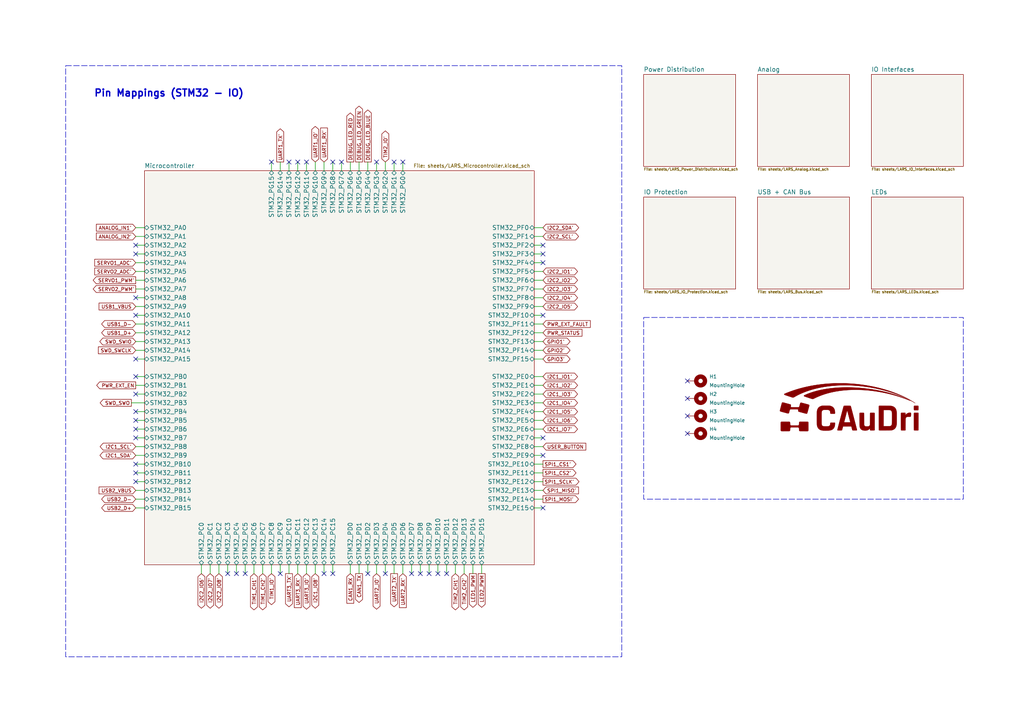
<source format=kicad_sch>
(kicad_sch (version 20231120) (generator "eeschema") (generator_version "8.0")
  (paper "A4")
  (title_block (title "LARS Hardware Interface") (date "2025-03-04") (rev "v1.0") (company "CAuDri e.V.") (comment 1 "Source: https://ohwr.org/cern_ohl_w_v2.txt") (comment 2 "A copy of the license is included in the LICENSE file.") (comment 3 "Redistribution and modifications must comply with CERN-OHL-W v2.") (comment 4 "This design is licensed under CERN Open Hardware Licence Version 2."))
  (lib_symbols
    (symbol "LARS_Hardware_Interface:CAuDri-Logo" (pin_names (offset 1.016)))
    (symbol "LARS_Hardware_Interface:MountingHole_Pad" (pin_numbers hide) (pin_names (offset 1.016) hide) (exclude_from_sim yes) (in_bom no)
      (property "Reference" "H" (at 0 6.35 0))
      (property "Value" "MountingHole_Pad" (at 0 4.445 0))
      (symbol "MountingHole_Pad_1_1"
        (pin input line (at 0 -2.54 90) (length 2.54) (name "1") (number "1"))
      )
    )
  )
  (no_connect (at 93.98 166.37))
  (no_connect (at 121.92 166.37))
  (no_connect (at 157.48 76.2))
  (no_connect (at 111.76 166.37))
  (no_connect (at 157.48 91.44))
  (no_connect (at 96.52 166.37))
  (no_connect (at 39.37 121.92))
  (no_connect (at 157.48 132.08))
  (no_connect (at 119.38 166.37))
  (no_connect (at 99.06 46.99))
  (no_connect (at 39.37 73.66))
  (no_connect (at 39.37 134.62))
  (no_connect (at 157.48 71.12))
  (no_connect (at 39.37 91.44))
  (no_connect (at 39.37 104.14))
  (no_connect (at 39.37 71.12))
  (no_connect (at 114.3 46.99))
  (no_connect (at 157.48 73.66))
  (no_connect (at 39.37 119.38))
  (no_connect (at 199.39 125.73))
  (no_connect (at 81.28 166.37))
  (no_connect (at 106.68 166.37))
  (no_connect (at 78.74 46.99))
  (no_connect (at 199.39 120.65))
  (no_connect (at 109.22 46.99))
  (no_connect (at 157.48 127))
  (no_connect (at 39.37 139.7))
  (no_connect (at 88.9 46.99))
  (no_connect (at 199.39 115.57))
  (no_connect (at 39.37 86.36))
  (no_connect (at 39.37 137.16))
  (no_connect (at 83.82 46.99))
  (no_connect (at 66.04 166.37))
  (no_connect (at 127 166.37))
  (no_connect (at 86.36 46.99))
  (no_connect (at 39.37 124.46))
  (no_connect (at 68.58 166.37))
  (no_connect (at 199.39 110.49))
  (no_connect (at 39.37 109.22))
  (no_connect (at 39.37 114.3))
  (no_connect (at 129.54 166.37))
  (no_connect (at 71.12 166.37))
  (no_connect (at 157.48 147.32))
  (no_connect (at 96.52 46.99))
  (no_connect (at 124.46 166.37))
  (no_connect (at 116.84 46.99))
  (no_connect (at 39.37 127))
  (wire (pts (xy 104.14 46.99) (xy 104.14 49.53)))
  (wire (pts (xy 66.04 163.83) (xy 66.04 166.37)))
  (wire (pts (xy 157.48 68.58) (xy 154.94 68.58)))
  (wire (pts (xy 60.96 163.83) (xy 60.96 166.37)))
  (wire (pts (xy 39.37 124.46) (xy 41.91 124.46)))
  (wire (pts (xy 39.37 81.28) (xy 41.91 81.28)))
  (wire (pts (xy 116.84 46.99) (xy 116.84 49.53)))
  (wire (pts (xy 157.48 93.98) (xy 154.94 93.98)))
  (wire (pts (xy 101.6 166.37) (xy 101.6 163.83)))
  (wire (pts (xy 73.66 166.37) (xy 73.66 163.83)))
  (wire (pts (xy 157.48 66.04) (xy 154.94 66.04)))
  (wire (pts (xy 39.37 71.12) (xy 41.91 71.12)))
  (wire (pts (xy 106.68 163.83) (xy 106.68 166.37)))
  (wire (pts (xy 137.16 166.37) (xy 137.16 163.83)))
  (wire (pts (xy 39.37 101.6) (xy 41.91 101.6)))
  (wire (pts (xy 38.1 116.84) (xy 41.91 116.84)))
  (wire (pts (xy 157.48 137.16) (xy 154.94 137.16)))
  (wire (pts (xy 39.37 129.54) (xy 41.91 129.54)))
  (wire (pts (xy 93.98 46.99) (xy 93.98 49.53)))
  (wire (pts (xy 96.52 166.37) (xy 96.52 163.83)))
  (wire (pts (xy 39.37 104.14) (xy 41.91 104.14)))
  (wire (pts (xy 157.48 109.22) (xy 154.94 109.22)))
  (wire (pts (xy 68.58 163.83) (xy 68.58 166.37)))
  (wire (pts (xy 157.48 101.6) (xy 154.94 101.6)))
  (wire (pts (xy 157.48 104.14) (xy 154.94 104.14)))
  (wire (pts (xy 111.76 166.37) (xy 111.76 163.83)))
  (wire (pts (xy 157.48 99.06) (xy 154.94 99.06)))
  (wire (pts (xy 109.22 163.83) (xy 109.22 166.37)))
  (wire (pts (xy 116.84 166.37) (xy 116.84 163.83)))
  (wire (pts (xy 157.48 71.12) (xy 154.94 71.12)))
  (wire (pts (xy 157.48 116.84) (xy 154.94 116.84)))
  (wire (pts (xy 134.62 166.37) (xy 134.62 163.83)))
  (wire (pts (xy 157.48 127) (xy 154.94 127)))
  (wire (pts (xy 39.37 147.32) (xy 41.91 147.32)))
  (wire (pts (xy 86.36 166.37) (xy 86.36 163.83)))
  (wire (pts (xy 119.38 163.83) (xy 119.38 166.37)))
  (wire (pts (xy 58.42 163.83) (xy 58.42 166.37)))
  (wire (pts (xy 124.46 163.83) (xy 124.46 166.37)))
  (wire (pts (xy 157.48 139.7) (xy 154.94 139.7)))
  (wire (pts (xy 39.37 139.7) (xy 41.91 139.7)))
  (wire (pts (xy 39.37 127) (xy 41.91 127)))
  (wire (pts (xy 39.37 119.38) (xy 41.91 119.38)))
  (wire (pts (xy 157.48 78.74) (xy 154.94 78.74)))
  (wire (pts (xy 39.37 78.74) (xy 41.91 78.74)))
  (wire (pts (xy 157.48 144.78) (xy 154.94 144.78)))
  (wire (pts (xy 157.48 83.82) (xy 154.94 83.82)))
  (wire (pts (xy 106.68 46.99) (xy 106.68 49.53)))
  (wire (pts (xy 91.44 46.99) (xy 91.44 49.53)))
  (wire (pts (xy 127 163.83) (xy 127 166.37)))
  (wire (pts (xy 104.14 166.37) (xy 104.14 163.83)))
  (wire (pts (xy 157.48 134.62) (xy 154.94 134.62)))
  (wire (pts (xy 121.92 163.83) (xy 121.92 166.37)))
  (wire (pts (xy 71.12 163.83) (xy 71.12 166.37)))
  (wire (pts (xy 39.37 91.44) (xy 41.91 91.44)))
  (wire (pts (xy 39.37 109.22) (xy 41.91 109.22)))
  (wire (pts (xy 157.48 73.66) (xy 154.94 73.66)))
  (wire (pts (xy 157.48 76.2) (xy 154.94 76.2)))
  (wire (pts (xy 157.48 142.24) (xy 154.94 142.24)))
  (wire (pts (xy 129.54 166.37) (xy 129.54 163.83)))
  (wire (pts (xy 39.37 83.82) (xy 41.91 83.82)))
  (wire (pts (xy 88.9 46.99) (xy 88.9 49.53)))
  (wire (pts (xy 132.08 166.37) (xy 132.08 163.83)))
  (wire (pts (xy 81.28 163.83) (xy 81.28 166.37)))
  (wire (pts (xy 39.37 114.3) (xy 41.91 114.3)))
  (wire (pts (xy 39.37 137.16) (xy 41.91 137.16)))
  (wire (pts (xy 157.48 119.38) (xy 154.94 119.38)))
  (wire (pts (xy 39.37 68.58) (xy 41.91 68.58)))
  (wire (pts (xy 157.48 114.3) (xy 154.94 114.3)))
  (wire (pts (xy 93.98 166.37) (xy 93.98 163.83)))
  (wire (pts (xy 39.37 134.62) (xy 41.91 134.62)))
  (wire (pts (xy 39.37 93.98) (xy 41.91 93.98)))
  (wire (pts (xy 83.82 166.37) (xy 83.82 163.83)))
  (wire (pts (xy 154.94 88.9) (xy 157.48 88.9)))
  (wire (pts (xy 39.37 66.04) (xy 41.91 66.04)))
  (wire (pts (xy 39.37 99.06) (xy 41.91 99.06)))
  (wire (pts (xy 154.94 86.36) (xy 157.48 86.36)))
  (wire (pts (xy 39.37 144.78) (xy 41.91 144.78)))
  (wire (pts (xy 109.22 46.99) (xy 109.22 49.53)))
  (wire (pts (xy 114.3 166.37) (xy 114.3 163.83)))
  (wire (pts (xy 114.3 46.99) (xy 114.3 49.53)))
  (wire (pts (xy 96.52 46.99) (xy 96.52 49.53)))
  (wire (pts (xy 157.48 121.92) (xy 154.94 121.92)))
  (wire (pts (xy 154.94 147.32) (xy 157.48 147.32)))
  (wire (pts (xy 76.2 166.37) (xy 76.2 163.83)))
  (wire (pts (xy 39.37 73.66) (xy 41.91 73.66)))
  (wire (pts (xy 39.37 121.92) (xy 41.91 121.92)))
  (wire (pts (xy 88.9 166.37) (xy 88.9 163.83)))
  (wire (pts (xy 101.6 46.99) (xy 101.6 49.53)))
  (wire (pts (xy 154.94 91.44) (xy 157.48 91.44)))
  (wire (pts (xy 157.48 96.52) (xy 154.94 96.52)))
  (wire (pts (xy 78.74 166.37) (xy 78.74 163.83)))
  (wire (pts (xy 81.28 46.99) (xy 81.28 49.53)))
  (wire (pts (xy 157.48 124.46) (xy 154.94 124.46)))
  (wire (pts (xy 78.74 46.99) (xy 78.74 49.53)))
  (wire (pts (xy 63.5 163.83) (xy 63.5 166.37)))
  (wire (pts (xy 154.94 132.08) (xy 157.48 132.08)))
  (wire (pts (xy 83.82 46.99) (xy 83.82 49.53)))
  (wire (pts (xy 86.36 46.99) (xy 86.36 49.53)))
  (wire (pts (xy 139.7 166.37) (xy 139.7 163.83)))
  (wire (pts (xy 39.37 142.24) (xy 41.91 142.24)))
  (wire (pts (xy 99.06 46.99) (xy 99.06 49.53)))
  (wire (pts (xy 39.37 86.36) (xy 41.91 86.36)))
  (wire (pts (xy 39.37 88.9) (xy 41.91 88.9)))
  (wire (pts (xy 91.44 166.37) (xy 91.44 163.83)))
  (wire (pts (xy 39.37 132.08) (xy 41.91 132.08)))
  (wire (pts (xy 39.37 76.2) (xy 41.91 76.2)))
  (wire (pts (xy 154.94 129.54) (xy 157.48 129.54)))
  (wire (pts (xy 157.48 111.76) (xy 154.94 111.76)))
  (wire (pts (xy 39.37 111.76) (xy 41.91 111.76)))
  (wire (pts (xy 111.76 46.99) (xy 111.76 49.53)))
  (wire (pts (xy 157.48 81.28) (xy 154.94 81.28)))
  (wire (pts (xy 39.37 96.52) (xy 41.91 96.52)))
  (rectangle (start 186.69 92.075) (end 279.4 144.78) (stroke (width 0) (type dash)))
  (rectangle (start 19.05 19.05) (end 180.34 190.5) (stroke (width 0) (type dash)))
  (image (at 99.06 106.68) (scale 0.935925))
  (text "Pin Mappings (STM32 - IO)" (at 49.022 27.178 0) (effects (font (size 2.032 2.032) (thickness 0.4064) (bold yes))))
  (global_label "GPIO1'" (shape bidirectional) (at 157.48 99.06 0) (effects (font (size 1.016 1.016))) (property "Intersheetrefs" "${INTERSHEET_REFS}" (effects (hide yes))))
  (global_label "I2C2_IO7'" (shape bidirectional) (at 60.96 166.37 270) (effects (font (size 1.016 1.016))) (property "Intersheetrefs" "${INTERSHEET_REFS}" (effects (hide yes))))
  (global_label "LED1_PWM" (shape output) (at 137.16 166.37 270) (effects (font (size 1.016 1.016))) (property "Intersheetrefs" "${INTERSHEET_REFS}" (effects (hide yes))))
  (global_label "UART3_IO'" (shape bidirectional) (at 88.9 166.37 270) (effects (font (size 1.016 1.016))) (property "Intersheetrefs" "${INTERSHEET_REFS}" (effects (hide yes))))
  (global_label "PWR_EXT_EN" (shape output) (at 39.37 111.76 180) (effects (font (size 1.016 1.016))) (property "Intersheetrefs" "${INTERSHEET_REFS}" (effects (hide yes))))
  (global_label "SPI1_CS2'" (shape output) (at 157.48 137.16 0) (effects (font (size 1.016 1.016))) (property "Intersheetrefs" "${INTERSHEET_REFS}" (effects (hide yes))))
  (global_label "SERVO2_PWM'" (shape output) (at 39.37 83.82 180) (effects (font (size 1.016 1.016))) (property "Intersheetrefs" "${INTERSHEET_REFS}" (effects (hide yes))))
  (global_label "USB1_VBUS" (shape input) (at 39.37 88.9 180) (effects (font (size 1.016 1.016))) (property "Intersheetrefs" "${INTERSHEET_REFS}" (effects (hide yes))))
  (global_label "CAN1_RX" (shape input) (at 101.6 166.37 270) (effects (font (size 1.016 1.016))) (property "Intersheetrefs" "${INTERSHEET_REFS}" (effects (hide yes))))
  (global_label "USB2_VBUS" (shape input) (at 39.37 142.24 180) (effects (font (size 1.016 1.016))) (property "Intersheetrefs" "${INTERSHEET_REFS}" (effects (hide yes))))
  (global_label "UART2_IO'" (shape bidirectional) (at 109.22 166.37 270) (effects (font (size 1.016 1.016))) (property "Intersheetrefs" "${INTERSHEET_REFS}" (effects (hide yes))))
  (global_label "SWD_SWCLK" (shape input) (at 39.37 101.6 180) (effects (font (size 1.016 1.016))) (property "Intersheetrefs" "${INTERSHEET_REFS}" (effects (hide yes))))
  (global_label "USB2_D+" (shape bidirectional) (at 39.37 147.32 180) (effects (font (size 1.016 1.016))) (property "Intersheetrefs" "${INTERSHEET_REFS}" (effects (hide yes))))
  (global_label "UART3_RX'" (shape input) (at 86.36 166.37 270) (effects (font (size 1.016 1.016))) (property "Intersheetrefs" "${INTERSHEET_REFS}" (effects (hide yes))))
  (global_label "CAN1_TX" (shape output) (at 104.14 166.37 270) (effects (font (size 1.016 1.016))) (property "Intersheetrefs" "${INTERSHEET_REFS}" (effects (hide yes))))
  (global_label "UART1_IO'" (shape bidirectional) (at 91.44 46.99 90) (effects (font (size 1.016 1.016))) (property "Intersheetrefs" "${INTERSHEET_REFS}" (effects (hide yes))))
  (global_label "I2C2_IO1'" (shape bidirectional) (at 157.48 78.74 0) (effects (font (size 1.016 1.016))) (property "Intersheetrefs" "${INTERSHEET_REFS}" (effects (hide yes))))
  (global_label "I2C1_IO5'" (shape bidirectional) (at 157.48 119.38 0) (effects (font (size 1.016 1.016))) (property "Intersheetrefs" "${INTERSHEET_REFS}" (effects (hide yes))))
  (global_label "I2C2_IO2'" (shape bidirectional) (at 157.48 81.28 0) (effects (font (size 1.016 1.016))) (property "Intersheetrefs" "${INTERSHEET_REFS}" (effects (hide yes))))
  (global_label "UART2_TX'" (shape output) (at 114.3 166.37 270) (effects (font (size 1.016 1.016))) (property "Intersheetrefs" "${INTERSHEET_REFS}" (effects (hide yes))))
  (global_label "SERVO2_ADC'" (shape input) (at 39.37 78.74 180) (effects (font (size 1.016 1.016))) (property "Intersheetrefs" "${INTERSHEET_REFS}" (effects (hide yes))))
  (global_label "DEBUG_LED_BLUE" (shape output) (at 106.68 46.99 90) (effects (font (size 1.016 1.016))) (property "Intersheetrefs" "${INTERSHEET_REFS}" (effects (hide yes))))
  (global_label "I2C1_IO3'" (shape bidirectional) (at 157.48 114.3 0) (effects (font (size 1.016 1.016))) (property "Intersheetrefs" "${INTERSHEET_REFS}" (effects (hide yes))))
  (global_label "USER_BUTTON" (shape input) (at 157.48 129.54 0) (effects (font (size 1.016 1.016))) (property "Intersheetrefs" "${INTERSHEET_REFS}" (effects (hide yes))))
  (global_label "SPI1_CS1'" (shape output) (at 157.48 134.62 0) (effects (font (size 1.016 1.016))) (property "Intersheetrefs" "${INTERSHEET_REFS}" (effects (hide yes))))
  (global_label "I2C2_IO6'" (shape bidirectional) (at 58.42 166.37 270) (effects (font (size 1.016 1.016))) (property "Intersheetrefs" "${INTERSHEET_REFS}" (effects (hide yes))))
  (global_label "I2C2_IO5'" (shape bidirectional) (at 157.48 88.9 0) (effects (font (size 1.016 1.016))) (property "Intersheetrefs" "${INTERSHEET_REFS}" (effects (hide yes))))
  (global_label "PWR_EXT_FAULT" (shape input) (at 157.48 93.98 0) (effects (font (size 1.016 1.016))) (property "Intersheetrefs" "${INTERSHEET_REFS}" (effects (hide yes))))
  (global_label "TIM2_CH2'" (shape bidirectional) (at 134.62 166.37 270) (effects (font (size 1.016 1.016))) (property "Intersheetrefs" "${INTERSHEET_REFS}" (effects (hide yes))))
  (global_label "I2C1_IO6'" (shape bidirectional) (at 157.48 121.92 0) (effects (font (size 1.016 1.016))) (property "Intersheetrefs" "${INTERSHEET_REFS}" (effects (hide yes))))
  (global_label "TIM1_CH1'" (shape bidirectional) (at 73.66 166.37 270) (effects (font (size 1.016 1.016))) (property "Intersheetrefs" "${INTERSHEET_REFS}" (effects (hide yes))))
  (global_label "I2C1_IO7'" (shape bidirectional) (at 157.48 124.46 0) (effects (font (size 1.016 1.016))) (property "Intersheetrefs" "${INTERSHEET_REFS}" (effects (hide yes))))
  (global_label "I2C1_IO8'" (shape bidirectional) (at 91.44 166.37 270) (effects (font (size 1.016 1.016))) (property "Intersheetrefs" "${INTERSHEET_REFS}" (effects (hide yes))))
  (global_label "SPI1_MOSI'" (shape output) (at 157.48 144.78 0) (effects (font (size 1.016 1.016))) (property "Intersheetrefs" "${INTERSHEET_REFS}" (effects (hide yes))))
  (global_label "I2C1_IO4'" (shape bidirectional) (at 157.48 116.84 0) (effects (font (size 1.016 1.016))) (property "Intersheetrefs" "${INTERSHEET_REFS}" (effects (hide yes))))
  (global_label "GPIO3'" (shape bidirectional) (at 157.48 104.14 0) (effects (font (size 1.016 1.016))) (property "Intersheetrefs" "${INTERSHEET_REFS}" (effects (hide yes))))
  (global_label "SPI1_SCLK'" (shape output) (at 157.48 139.7 0) (effects (font (size 1.016 1.016))) (property "Intersheetrefs" "${INTERSHEET_REFS}" (effects (hide yes))))
  (global_label "TIM1_CH2'" (shape bidirectional) (at 76.2 166.37 270) (effects (font (size 1.016 1.016))) (property "Intersheetrefs" "${INTERSHEET_REFS}" (effects (hide yes))))
  (global_label "TIM2_IO'" (shape bidirectional) (at 111.76 46.99 90) (effects (font (size 1.016 1.016))) (property "Intersheetrefs" "${INTERSHEET_REFS}" (effects (hide yes))))
  (global_label "ANALOG_IN1'" (shape input) (at 39.37 66.04 180) (effects (font (size 1.016 1.016))) (property "Intersheetrefs" "${INTERSHEET_REFS}" (effects (hide yes))))
  (global_label "I2C2_IO8'" (shape bidirectional) (at 63.5 166.37 270) (effects (font (size 1.016 1.016))) (property "Intersheetrefs" "${INTERSHEET_REFS}" (effects (hide yes))))
  (global_label "SPI1_MISO'" (shape input) (at 157.48 142.24 0) (effects (font (size 1.016 1.016))) (property "Intersheetrefs" "${INTERSHEET_REFS}" (effects (hide yes))))
  (global_label "SERVO1_PWM'" (shape output) (at 39.37 81.28 180) (effects (font (size 1.016 1.016))) (property "Intersheetrefs" "${INTERSHEET_REFS}" (effects (hide yes))))
  (global_label "UART3_TX'" (shape output) (at 83.82 166.37 270) (effects (font (size 1.016 1.016))) (property "Intersheetrefs" "${INTERSHEET_REFS}" (effects (hide yes))))
  (global_label "SERVO1_ADC'" (shape input) (at 39.37 76.2 180) (effects (font (size 1.016 1.016))) (property "Intersheetrefs" "${INTERSHEET_REFS}" (effects (hide yes))))
  (global_label "SWD_SWO" (shape output) (at 38.1 116.84 180) (effects (font (size 1.016 1.016))) (property "Intersheetrefs" "${INTERSHEET_REFS}" (effects (hide yes))))
  (global_label "I2C1_SDA'" (shape bidirectional) (at 39.37 132.08 180) (effects (font (size 1.016 1.016))) (property "Intersheetrefs" "${INTERSHEET_REFS}" (effects (hide yes))))
  (global_label "TIM2_CH1'" (shape bidirectional) (at 132.08 166.37 270) (effects (font (size 1.016 1.016))) (property "Intersheetrefs" "${INTERSHEET_REFS}" (effects (hide yes))))
  (global_label "PWR_STATUS" (shape input) (at 157.48 96.52 0) (effects (font (size 1.016 1.016))) (property "Intersheetrefs" "${INTERSHEET_REFS}" (effects (hide yes))))
  (global_label "I2C1_SCL'" (shape bidirectional) (at 39.37 129.54 180) (effects (font (size 1.016 1.016))) (property "Intersheetrefs" "${INTERSHEET_REFS}" (effects (hide yes))))
  (global_label "UART1_RX'" (shape input) (at 93.98 46.99 90) (effects (font (size 1.016 1.016))) (property "Intersheetrefs" "${INTERSHEET_REFS}" (effects (hide yes))))
  (global_label "SWD_SWIO" (shape bidirectional) (at 39.37 99.06 180) (effects (font (size 1.016 1.016))) (property "Intersheetrefs" "${INTERSHEET_REFS}" (effects (hide yes))))
  (global_label "USB2_D-" (shape bidirectional) (at 39.37 144.78 180) (effects (font (size 1.016 1.016))) (property "Intersheetrefs" "${INTERSHEET_REFS}" (effects (hide yes))))
  (global_label "I2C2_IO3'" (shape bidirectional) (at 157.48 83.82 0) (effects (font (size 1.016 1.016))) (property "Intersheetrefs" "${INTERSHEET_REFS}" (effects (hide yes))))
  (global_label "DEBUG_LED_RED" (shape output) (at 101.6 46.99 90) (effects (font (size 1.016 1.016))) (property "Intersheetrefs" "${INTERSHEET_REFS}" (effects (hide yes))))
  (global_label "ANALOG_IN2'" (shape input) (at 39.37 68.58 180) (effects (font (size 1.016 1.016))) (property "Intersheetrefs" "${INTERSHEET_REFS}" (effects (hide yes))))
  (global_label "I2C2_SCL'" (shape bidirectional) (at 157.48 68.58 0) (effects (font (size 1.016 1.016))) (property "Intersheetrefs" "${INTERSHEET_REFS}" (effects (hide yes))))
  (global_label "I2C1_IO1'" (shape bidirectional) (at 157.48 109.22 0) (effects (font (size 1.016 1.016))) (property "Intersheetrefs" "${INTERSHEET_REFS}" (effects (hide yes))))
  (global_label "I2C2_IO4'" (shape bidirectional) (at 157.48 86.36 0) (effects (font (size 1.016 1.016))) (property "Intersheetrefs" "${INTERSHEET_REFS}" (effects (hide yes))))
  (global_label "GPIO2'" (shape bidirectional) (at 157.48 101.6 0) (effects (font (size 1.016 1.016))) (property "Intersheetrefs" "${INTERSHEET_REFS}" (effects (hide yes))))
  (global_label "TIM1_IO'" (shape bidirectional) (at 78.74 166.37 270) (effects (font (size 1.016 1.016))) (property "Intersheetrefs" "${INTERSHEET_REFS}" (effects (hide yes))))
  (global_label "USB1_D+" (shape bidirectional) (at 39.37 96.52 180) (effects (font (size 1.016 1.016))) (property "Intersheetrefs" "${INTERSHEET_REFS}" (effects (hide yes))))
  (global_label "USB1_D-" (shape bidirectional) (at 39.37 93.98 180) (effects (font (size 1.016 1.016))) (property "Intersheetrefs" "${INTERSHEET_REFS}" (effects (hide yes))))
  (global_label "I2C2_SDA'" (shape bidirectional) (at 157.48 66.04 0) (effects (font (size 1.016 1.016))) (property "Intersheetrefs" "${INTERSHEET_REFS}" (effects (hide yes))))
  (global_label "DEBUG_LED_GREEN" (shape output) (at 104.14 46.99 90) (effects (font (size 1.016 1.016))) (property "Intersheetrefs" "${INTERSHEET_REFS}" (effects (hide yes))))
  (global_label "UART2_RX'" (shape input) (at 116.84 166.37 270) (effects (font (size 1.016 1.016))) (property "Intersheetrefs" "${INTERSHEET_REFS}" (effects (hide yes))))
  (global_label "UART1_TX'" (shape output) (at 81.28 46.99 90) (effects (font (size 1.016 1.016))) (property "Intersheetrefs" "${INTERSHEET_REFS}" (effects (hide yes))))
  (global_label "I2C1_IO2'" (shape bidirectional) (at 157.48 111.76 0) (effects (font (size 1.016 1.016))) (property "Intersheetrefs" "${INTERSHEET_REFS}" (effects (hide yes))))
  (global_label "LED2_PWM" (shape output) (at 139.7 166.37 270) (effects (font (size 1.016 1.016))) (property "Intersheetrefs" "${INTERSHEET_REFS}" (effects (hide yes))))
  (symbol (lib_id "LARS_Hardware_Interface:MountingHole_Pad") (at 201.93 120.65 270) (unit 1) (exclude_from_sim yes) (in_bom no)
    (property "Reference" "H3" (at 205.74 119.3799 90) (effects (font (size 1.016 1.016)) (justify left)))
    (property "Value" "MountingHole" (at 205.74 121.9199 90) (effects (font (size 1.016 1.016)) (justify left)))
    (property "Footprint" "LARS_Hardware_Interface:MountingHole_3.2mm_M3_Pad" (effects (hide yes)))
    (property "Description" "Mounting Hole with connection" (effects (hide yes)))
  )
  (symbol (lib_id "LARS_Hardware_Interface:MountingHole_Pad") (at 201.93 110.49 270) (unit 1) (exclude_from_sim yes) (in_bom no)
    (property "Reference" "H1" (at 205.74 109.2199 90) (effects (font (size 1.016 1.016)) (justify left)))
    (property "Value" "MountingHole" (at 205.74 111.7599 90) (effects (font (size 1.016 1.016)) (justify left)))
    (property "Footprint" "LARS_Hardware_Interface:MountingHole_3.2mm_M3_Pad" (effects (hide yes)))
    (property "Description" "Mounting Hole with connection" (effects (hide yes)))
  )
  (symbol (lib_id "LARS_Hardware_Interface:CAuDri-Logo") (at 246.38 118.11 0) (unit 1)
    (property "Reference" "G1" (effects (hide yes)))
    (property "Value" "CAuDri-Logo" (effects (hide yes)))
    (property "Footprint" "LARS_Hardware_Interface:CAuDri Logo" (effects (hide yes)))
  )
  (symbol (lib_id "LARS_Hardware_Interface:MountingHole_Pad") (at 201.93 115.57 270) (unit 1) (exclude_from_sim yes) (in_bom no)
    (property "Reference" "H2" (at 205.74 114.2999 90) (effects (font (size 1.016 1.016)) (justify left)))
    (property "Value" "MountingHole" (at 205.74 116.8399 90) (effects (font (size 1.016 1.016)) (justify left)))
    (property "Footprint" "LARS_Hardware_Interface:MountingHole_3.2mm_M3_Pad" (effects (hide yes)))
    (property "Description" "Mounting Hole with connection" (effects (hide yes)))
  )
  (symbol (lib_id "LARS_Hardware_Interface:MountingHole_Pad") (at 201.93 125.73 270) (unit 1) (exclude_from_sim yes) (in_bom no)
    (property "Reference" "H4" (at 205.74 124.4599 90) (effects (font (size 1.016 1.016)) (justify left)))
    (property "Value" "MountingHole" (at 205.74 126.9999 90) (effects (font (size 1.016 1.016)) (justify left)))
    (property "Footprint" "LARS_Hardware_Interface:MountingHole_3.2mm_M3_Pad" (effects (hide yes)))
    (property "Description" "Mounting Hole with connection" (effects (hide yes)))
  )
  (sheet (at 186.69 57.15) (size 26.67 26.67) (stroke (width 0.1524)) (fill (color 245 244 239 1.0000))
    (property "Sheetname" "IO Protection" (at 186.69 56.4384 0) (effects (justify left bottom)))
    (property "Sheetfile" "sheets/LARS_IO_Protection.kicad_sch" (at 186.69 84.2014 0) (effects (font (size 0.762 0.762)) (justify left top)))
  )
  (sheet (at 186.69 21.59) (size 26.67 26.67) (stroke (width 0.1524)) (fill (color 245 244 239 1.0000))
    (property "Sheetname" "Power Distribution" (at 186.69 20.8784 0) (effects (justify left bottom)))
    (property "Sheetfile" "sheets/LARS_Power_Distribution.kicad_sch" (at 186.69 48.6414 0) (effects (font (size 0.762 0.762)) (justify left top)))
  )
  (sheet (at 252.73 57.15) (size 26.67 26.67) (stroke (width 0.1524)) (fill (color 245 244 239 1.0000))
    (property "Sheetname" "LEDs" (at 252.73 56.4384 0) (effects (justify left bottom)))
    (property "Sheetfile" "sheets/LARS_LEDs.kicad_sch" (at 252.73 84.2014 0) (effects (font (size 0.762 0.762)) (justify left top)))
  )
  (sheet (at 219.71 57.15) (size 26.67 26.67) (stroke (width 0.1524)) (fill (color 245 244 239 1.0000))
    (property "Sheetname" "USB + CAN Bus" (at 219.71 56.4384 0) (effects (justify left bottom)))
    (property "Sheetfile" "sheets/LARS_Bus.kicad_sch" (at 219.71 84.2014 0) (effects (font (size 0.762 0.762)) (justify left top)))
  )
  (sheet (at 252.73 21.59) (size 26.67 26.67) (stroke (width 0.1524)) (fill (color 245 244 239 1.0000))
    (property "Sheetname" "IO Interfaces" (at 252.73 20.8784 0) (effects (justify left bottom)))
    (property "Sheetfile" "sheets/LARS_IO_interfaces.kicad_sch" (at 252.73 48.6414 0) (effects (font (size 0.762 0.762)) (justify left top)))
  )
  (sheet (at 219.71 21.59) (size 26.67 26.67) (stroke (width 0.1524)) (fill (color 245 244 239 1.0000))
    (property "Sheetname" "Analog" (at 219.71 20.8784 0) (effects (justify left bottom)))
    (property "Sheetfile" "sheets/LARS_Analog.kicad_sch" (at 219.71 48.6414 0) (effects (font (size 0.762 0.762)) (justify left top)))
  )
  (sheet (at 41.91 49.53) (size 113.03 114.3) (stroke (width 0.1524)) (fill (color 245 244 239 1.0000))
    (property "Sheetname" "Microcontroller" (at 41.91 48.8184 0) (effects (justify left bottom)))
    (property "Sheetfile" "sheets/LARS_Microcontroller.kicad_sch" (at 119.888 47.498 0) (effects (font (size 1.016 1.016)) (justify left top)))
    (pin "STM32_PE4" bidirectional (at 154.94 119.38 0))
    (pin "STM32_PE6" bidirectional (at 154.94 124.46 0))
    (pin "STM32_PE8" bidirectional (at 154.94 129.54 0))
    (pin "STM32_PE7" bidirectional (at 154.94 127 0))
    (pin "STM32_PG4" bidirectional (at 106.68 49.53 90))
    (pin "STM32_PG5" bidirectional (at 104.14 49.53 90))
    (pin "STM32_PG7" bidirectional (at 99.06 49.53 90))
    (pin "STM32_PG9" bidirectional (at 93.98 49.53 90))
    (pin "STM32_PG8" bidirectional (at 96.52 49.53 90))
    (pin "STM32_PG6" bidirectional (at 101.6 49.53 90))
    (pin "STM32_PF8" bidirectional (at 154.94 86.36 0))
    (pin "STM32_PF9" bidirectional (at 154.94 88.9 0))
    (pin "STM32_PA0" bidirectional (at 41.91 66.04 180))
    (pin "STM32_PA2" bidirectional (at 41.91 71.12 180))
    (pin "STM32_PA1" bidirectional (at 41.91 68.58 180))
    (pin "STM32_PA3" bidirectional (at 41.91 73.66 180))
    (pin "STM32_PB4" bidirectional (at 41.91 119.38 180))
    (pin "STM32_PB9" bidirectional (at 41.91 132.08 180))
    (pin "STM32_PB6" bidirectional (at 41.91 124.46 180))
    (pin "STM32_PB8" bidirectional (at 41.91 129.54 180))
    (pin "STM32_PB5" bidirectional (at 41.91 121.92 180))
    (pin "STM32_PB7" bidirectional (at 41.91 127 180))
    (pin "STM32_PB2" bidirectional (at 41.91 114.3 180))
    (pin "STM32_PA15" bidirectional (at 41.91 104.14 180))
    (pin "STM32_PA13" bidirectional (at 41.91 99.06 180))
    (pin "STM32_PB0" bidirectional (at 41.91 109.22 180))
    (pin "STM32_PB1" bidirectional (at 41.91 111.76 180))
    (pin "STM32_PA14" bidirectional (at 41.91 101.6 180))
    (pin "STM32_PA8" bidirectional (at 41.91 86.36 180))
    (pin "STM32_PA7" bidirectional (at 41.91 83.82 180))
    (pin "STM32_PA10" bidirectional (at 41.91 91.44 180))
    (pin "STM32_PA11" bidirectional (at 41.91 93.98 180))
    (pin "STM32_PA12" bidirectional (at 41.91 96.52 180))
    (pin "STM32_PA9" bidirectional (at 41.91 88.9 180))
    (pin "STM32_PB14" bidirectional (at 41.91 144.78 180))
    (pin "STM32_PB10" bidirectional (at 41.91 134.62 180))
    (pin "STM32_PB15" bidirectional (at 41.91 147.32 180))
    (pin "STM32_PB11" bidirectional (at 41.91 137.16 180))
    (pin "STM32_PB12" bidirectional (at 41.91 139.7 180))
    (pin "STM32_PB13" bidirectional (at 41.91 142.24 180))
    (pin "STM32_PD7" bidirectional (at 119.38 163.83 270))
    (pin "STM32_PD5" bidirectional (at 114.3 163.83 270))
    (pin "STM32_PD2" bidirectional (at 106.68 163.83 270))
    (pin "STM32_PD0" bidirectional (at 101.6 163.83 270))
    (pin "STM32_PD4" bidirectional (at 111.76 163.83 270))
    (pin "STM32_PD3" bidirectional (at 109.22 163.83 270))
    (pin "STM32_PD6" bidirectional (at 116.84 163.83 270))
    (pin "STM32_PD1" bidirectional (at 104.14 163.83 270))
    (pin "STM32_PF1" bidirectional (at 154.94 68.58 0))
    (pin "STM32_PE14" bidirectional (at 154.94 144.78 0))
    (pin "STM32_PF0" bidirectional (at 154.94 66.04 0))
    (pin "STM32_PE15" bidirectional (at 154.94 147.32 0))
    (pin "STM32_PC15" bidirectional (at 96.52 163.83 270))
    (pin "STM32_PC12" bidirectional (at 88.9 163.83 270))
    (pin "STM32_PC14" bidirectional (at 93.98 163.83 270))
    (pin "STM32_PC13" bidirectional (at 91.44 163.83 270))
    (pin "STM32_PC11" bidirectional (at 86.36 163.83 270))
    (pin "STM32_PC10" bidirectional (at 83.82 163.83 270))
    (pin "STM32_PC4" bidirectional (at 68.58 163.83 270))
    (pin "STM32_PC9" bidirectional (at 81.28 163.83 270))
    (pin "STM32_PC8" bidirectional (at 78.74 163.83 270))
    (pin "STM32_PC7" bidirectional (at 76.2 163.83 270))
    (pin "STM32_PC5" bidirectional (at 71.12 163.83 270))
    (pin "STM32_PC6" bidirectional (at 73.66 163.83 270))
    (pin "STM32_PE10" bidirectional (at 154.94 134.62 0))
    (pin "STM32_PE9" bidirectional (at 154.94 132.08 0))
    (pin "STM32_PE12" bidirectional (at 154.94 139.7 0))
    (pin "STM32_PE13" bidirectional (at 154.94 142.24 0))
    (pin "STM32_PE5" bidirectional (at 154.94 121.92 0))
    (pin "STM32_PE11" bidirectional (at 154.94 137.16 0))
    (pin "STM32_PF5" bidirectional (at 154.94 78.74 0))
    (pin "STM32_PF4" bidirectional (at 154.94 76.2 0))
    (pin "STM32_PF2" bidirectional (at 154.94 71.12 0))
    (pin "STM32_PF3" bidirectional (at 154.94 73.66 0))
    (pin "STM32_PF7" bidirectional (at 154.94 83.82 0))
    (pin "STM32_PF6" bidirectional (at 154.94 81.28 0))
    (pin "STM32_PC1" bidirectional (at 60.96 163.83 270))
    (pin "STM32_PC2" bidirectional (at 63.5 163.83 270))
    (pin "STM32_PE2" bidirectional (at 154.94 114.3 0))
    (pin "STM32_PC3" bidirectional (at 66.04 163.83 270))
    (pin "STM32_PE1" bidirectional (at 154.94 111.76 0))
    (pin "STM32_PE3" bidirectional (at 154.94 116.84 0))
    (pin "STM32_PD15" bidirectional (at 139.7 163.83 270))
    (pin "STM32_PD10" bidirectional (at 127 163.83 270))
    (pin "STM32_PD14" bidirectional (at 137.16 163.83 270))
    (pin "STM32_PD12" bidirectional (at 132.08 163.83 270))
    (pin "STM32_PD9" bidirectional (at 124.46 163.83 270))
    (pin "STM32_PD13" bidirectional (at 134.62 163.83 270))
    (pin "STM32_PD11" bidirectional (at 129.54 163.83 270))
    (pin "STM32_PA4" bidirectional (at 41.91 76.2 180))
    (pin "STM32_PA5" bidirectional (at 41.91 78.74 180))
    (pin "STM32_PA6" bidirectional (at 41.91 81.28 180))
    (pin "STM32_PB3" bidirectional (at 41.91 116.84 180))
    (pin "STM32_PG10" bidirectional (at 91.44 49.53 90))
    (pin "STM32_PG14" bidirectional (at 81.28 49.53 90))
    (pin "STM32_PG15" bidirectional (at 78.74 49.53 90))
    (pin "STM32_PG2" bidirectional (at 111.76 49.53 90))
    (pin "STM32_PG3" bidirectional (at 109.22 49.53 90))
    (pin "STM32_PG12" bidirectional (at 86.36 49.53 90))
    (pin "STM32_PG11" bidirectional (at 88.9 49.53 90))
    (pin "STM32_PG13" bidirectional (at 83.82 49.53 90))
    (pin "STM32_PE0" bidirectional (at 154.94 109.22 0))
    (pin "STM32_PC0" bidirectional (at 58.42 163.83 270))
    (pin "STM32_PD8" bidirectional (at 121.92 163.83 270))
    (pin "STM32_PF12" bidirectional (at 154.94 96.52 0))
    (pin "STM32_PF13" bidirectional (at 154.94 99.06 0))
    (pin "STM32_PF14" bidirectional (at 154.94 101.6 0))
    (pin "STM32_PF15" bidirectional (at 154.94 104.14 0))
    (pin "STM32_PG0" bidirectional (at 116.84 49.53 90))
    (pin "STM32_PG1" bidirectional (at 114.3 49.53 90))
    (pin "STM32_PF11" bidirectional (at 154.94 93.98 0))
    (pin "STM32_PF10" bidirectional (at 154.94 91.44 0))
  )
)
</source>
